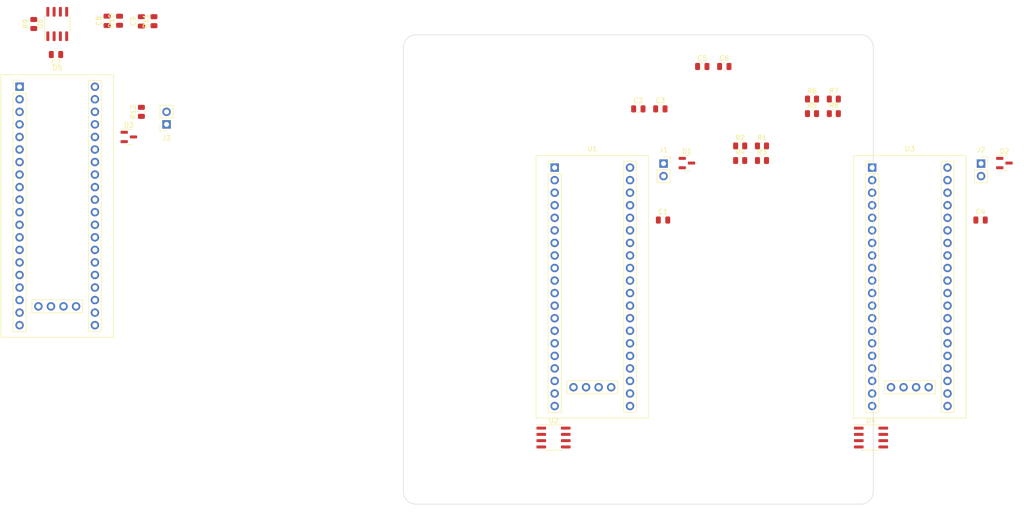
<source format=kicad_pcb>
(kicad_pcb (version 20211014) (generator pcbnew)
  (layers (0 "F.Cu" signal) (31 "B.Cu" signal) (34 "B.Paste" user) (35 "F.Paste" user) (36 "B.SilkS" user "B.Silkscreen") (37 "F.SilkS" user "F.Silkscreen") (38 "B.Mask" user) (39 "F.Mask" user) (44 "Edge.Cuts" user))
  (net 0 "")
  (net 1 "+5V")
  (net 2 "GND")
  (net 3 "/stm32_1/CANH")
  (net 4 "/stm32_1/CANL")
  (net 19 "/stm32_1/CAN_RXD")
  (net 21 "/stm32_1/CAN_TXD")
  (net 44 "Net-(R1-Pad2)")
  (net 59 "/stm32_2/CAN_RXD")
  (net 61 "/stm32_2/CAN_TXD")
  (net 84 "Net-(R5-Pad2)")
  (net 99 "/stm32_3/CAN_RXD")
  (net 101 "/stm32_3/CAN_TXD")
  (net 124 "Net-(R9-Pad2)")
  (net 137 "Net-(C2-Pad1)")
  (net 138 "Net-(C3-Pad1)")
  (net 139 "Net-(C5-Pad1)")
  (net 140 "Net-(C6-Pad1)")
  (net 141 "Net-(C8-Pad1)")
  (net 142 "Net-(C9-Pad1)")
  (footprint "Resistor_SMD:R_0805_2012Metric" (layer "F.Cu") (at 109.53 38.46)
    (fp_text reference "R8" (at 0 -1.65) (layer "F.SilkS"))
    (fp_text value "R121,0805")
    (fp_line (start -0.227064 0.735) (end 0.227064 0.735) (layer "F.SilkS") (width 0.12))
    (fp_line (start -0.227064 -0.735) (end 0.227064 -0.735) (layer "F.SilkS") (width 0.12))
    (pad "1" smd roundrect (at -0.9125 0) (size 1.025 1.4) (layers "F.Cu" "F.Paste" "F.Mask") (roundrect_rratio 0.243902) (net 3 "/stm32_1/CANH"))
    (pad "2" smd roundrect (at 0.9125 0) (size 1.025 1.4) (layers "F.Cu" "F.Paste" "F.Mask") (roundrect_rratio 0.243902) (net 4 "/stm32_1/CANL"))
  )
  (footprint "Resistor_SMD:R_0805_2012Metric" (layer "F.Cu") (at 105.12 35.51)
    (fp_text reference "R6" (at 0 -1.65) (layer "F.SilkS"))
    (fp_text value "R101,0805")
    (fp_line (start -0.227064 0.735) (end 0.227064 0.735) (layer "F.SilkS") (width 0.12))
    (fp_line (start -0.227064 -0.735) (end 0.227064 -0.735) (layer "F.SilkS") (width 0.12))
    (pad "1" smd roundrect (at -0.9125 0) (size 1.025 1.4) (layers "F.Cu" "F.Paste" "F.Mask") (roundrect_rratio 0.243902) (net 4 "/stm32_1/CANL"))
    (pad "2" smd roundrect (at 0.9125 0) (size 1.025 1.4) (layers "F.Cu" "F.Paste" "F.Mask") (roundrect_rratio 0.243902) (net 139 "Net-(C5-Pad1)"))
  )
  (footprint "Capacitor_SMD:C_0805_2012Metric" (layer "F.Cu") (at 82.93 28.92)
    (fp_text reference "C5" (at 0 -1.68) (layer "F.SilkS"))
    (fp_text value "C561,0805")
    (fp_line (start -0.261252 -0.735) (end 0.261252 -0.735) (layer "F.SilkS") (width 0.12))
    (fp_line (start -0.261252 0.735) (end 0.261252 0.735) (layer "F.SilkS") (width 0.12))
    (pad "1" smd roundrect (at -0.95 0) (size 1 1.45) (layers "F.Cu" "F.Paste" "F.Mask") (net 139 "Net-(C5-Pad1)"))
    (pad "2" smd roundrect (at 0.95 0) (size 1 1.45) (layers "F.Cu" "F.Paste" "F.Mask") (net 2 "GND"))
  )
  (footprint "Connector_PinSocket_2.54mm:PinSocket_1x02_P2.54mm_Vertical" (layer "F.Cu") (at 139.3 48.57)
    (fp_text reference "J2" (at 0 -2.77) (layer "F.SilkS"))
    (fp_text value "Conn_01x02")
    (fp_line (start -1.33 1.27) (end -1.33 3.87) (layer "F.SilkS") (width 0.12))
    (fp_line (start -1.33 3.87) (end 1.33 3.87) (layer "F.SilkS") (width 0.12))
    (fp_line (start -1.33 1.27) (end 1.33 1.27) (layer "F.SilkS") (width 0.12))
    (fp_line (start 1.33 1.27) (end 1.33 3.87) (layer "F.SilkS") (width 0.12))
    (fp_line (start 0 -1.33) (end 1.33 -1.33) (layer "F.SilkS") (width 0.12))
    (fp_line (start 1.33 -1.33) (end 1.33 0) (layer "F.SilkS") (width 0.12))
    (pad "1" thru_hole rect (at 0 0) (size 1.7 1.7) (drill 1) (layers *.Cu *.Mask) (net 3 "/stm32_1/CANH"))
    (pad "2" thru_hole oval (at 0 2.54) (size 1.7 1.7) (drill 1) (layers *.Cu *.Mask) (net 4 "/stm32_1/CANL"))
  )
  (footprint "Capacitor_SMD:C_0805_2012Metric" (layer "F.Cu") (at 70 37.5)
    (fp_text reference "C2" (at 0 -1.68) (layer "F.SilkS"))
    (fp_text value "C561,0805")
    (fp_line (start -0.261252 0.735) (end 0.261252 0.735) (layer "F.SilkS") (width 0.12))
    (fp_line (start -0.261252 -0.735) (end 0.261252 -0.735) (layer "F.SilkS") (width 0.12))
    (pad "1" smd roundrect (at -0.95 0) (size 1 1.45) (layers "F.Cu" "F.Paste" "F.Mask") (net 137 "Net-(C2-Pad1)"))
    (pad "2" smd roundrect (at 0.95 0) (size 1 1.45) (layers "F.Cu" "F.Paste" "F.Mask") (net 2 "GND"))
  )
  (footprint "Kicad-STM32:YAAJ_BluePill_SWD_2" (layer "F.Cu") (at 117.28 49.39)
    (fp_text reference "U3" (at 7.62 -3.81) (layer "F.SilkS"))
    (fp_text value "YAAJ_BluePill_Part_Like_SWD_Breakout" hide)
    (fp_line (start 12.76 45.78) (end 12.76 43.12) (layer "F.SilkS") (width 0.12))
    (fp_line (start -1.33 49.59) (end -1.33 1.27) (layer "F.SilkS") (width 0.12))
    (fp_line (start 2.48 45.78) (end 12.76 45.78) (layer "F.SilkS") (width 0.12))
    (fp_line (start 1.33 49.59) (end -1.33 49.59) (layer "F.SilkS") (width 0.12))
    (fp_line (start 18.995 -2.445) (end 18.995 50.705) (layer "F.SilkS") (width 0.12))
    (fp_line (start 12.76 43.12) (end 2.48 43.12) (layer "F.SilkS") (width 0.12))
    (fp_line (start -3.755 -2.445) (end 18.995 -2.445) (layer "F.SilkS") (width 0.12))
    (fp_line (start -1.33 -1.33) (end 0 -1.33) (layer "F.SilkS") (width 0.12))
    (fp_line (start 18.995 50.705) (end -3.755 50.705) (layer "F.SilkS") (width 0.12))
    (fp_line (start 16.51 -1.27) (end 16.51 49.53) (layer "F.SilkS") (width 0.12))
    (fp_line (start 1.33 1.27) (end 1.33 49.59) (layer "F.SilkS") (width 0.12))
    (fp_line (start 2.48 43.12) (end 2.48 45.78) (layer "F.SilkS") (width 0.12))
    (fp_line (start 13.97 -1.27) (end 16.51 -1.27) (layer "F.SilkS") (width 0.12))
    (fp_line (start 16.51 49.53) (end 13.97 49.53) (layer "F.SilkS") (width 0.12))
    (fp_line (start -1.33 1.27) (end 1.33 1.27) (layer "F.SilkS") (width 0.12))
    (fp_line (start -3.755 50.705) (end -3.755 -2.445) (layer "F.SilkS") (width 0.12))
    (fp_line (start -1.33 0) (end -1.33 -1.33) (layer "F.SilkS") (width 0.12))
    (fp_line (start 13.97 49.53) (end 13.97 -1.27) (layer "F.SilkS") (width 0.12))
    (pad "1" thru_hole rect locked (at 0 0) (size 1.7 1.7) (drill 1) (layers *.Cu *.Mask))
    (pad "2" thru_hole circle locked (at 0 2.54) (size 1.7 1.7) (drill 1) (layers *.Cu *.Mask))
    (pad "3" thru_hole circle locked (at 0 5.08) (size 1.7 1.7) (drill 1) (layers *.Cu *.Mask))
    (pad "4" thru_hole circle locked (at 0 7.62) (size 1.7 1.7) (drill 1) (layers *.Cu *.Mask))
    (pad "5" thru_hole circle locked (at 0 10.16) (size 1.7 1.7) (drill 1) (layers *.Cu *.Mask))
    (pad "6" thru_hole circle locked (at 0 12.7) (size 1.7 1.7) (drill 1) (layers *.Cu *.Mask))
    (pad "7" thru_hole circle locked (at 0 15.24) (size 1.7 1.7) (drill 1) (layers *.Cu *.Mask))
    (pad "8" thru_hole circle locked (at 0 17.78) (size 1.7 1.7) (drill 1) (layers *.Cu *.Mask) (net 59 "/stm32_2/CAN_RXD"))
    (pad "9" thru_hole circle locked (at 0 20.32) (size 1.7 1.7) (drill 1) (layers *.Cu *.Mask) (net 61 "/stm32_2/CAN_TXD"))
    (pad "10" thru_hole circle locked (at 0 22.86) (size 1.7 1.7) (drill 1) (layers *.Cu *.Mask))
    (pad "11" thru_hole circle locked (at 0 25.4) (size 1.7 1.7) (drill 1) (layers *.Cu *.Mask))
    (pad "12" thru_hole circle locked (at 0 27.94) (size 1.7 1.7) (drill 1) (layers *.Cu *.Mask))
    (pad "13" thru_hole circle locked (at 0 30.48) (size 1.7 1.7) (drill 1) (layers *.Cu *.Mask))
    (pad "14" thru_hole circle locked (at 0 33.02) (size 1.7 1.7) (drill 1) (layers *.Cu *.Mask))
    (pad "15" thru_hole circle locked (at 0 35.56) (size 1.7 1.7) (drill 1) (layers *.Cu *.Mask))
    (pad "16" thru_hole circle locked (at 0 38.1) (size 1.7 1.7) (drill 1) (layers *.Cu *.Mask))
    (pad "17" thru_hole circle locked (at 0 40.64) (size 1.7 1.7) (drill 1) (layers *.Cu *.Mask))
    (pad "18" thru_hole circle locked (at 0 43.18) (size 1.7 1.7) (drill 1) (layers *.Cu *.Mask) (net 1 "+5V"))
    (pad "19" thru_hole circle locked (at 0 45.72) (size 1.7 1.7) (drill 1) (layers *.Cu *.Mask))
    (pad "20" thru_hole circle locked (at 0 48.26) (size 1.7 1.7) (drill 1) (layers *.Cu *.Mask))
    (pad "21" thru_hole circle locked (at 15.24 48.26) (size 1.7 1.7) (drill 1) (layers *.Cu *.Mask))
    (pad "22" thru_hole circle locked (at 15.24 45.72) (size 1.7 1.7) (drill 1) (layers *.Cu *.Mask))
    (pad "23" thru_hole circle locked (at 15.24 43.18) (size 1.7 1.7) (drill 1) (layers *.Cu *.Mask))
    (pad "24" thru_hole circle locked (at 15.24 40.64) (size 1.7 1.7) (drill 1) (layers *.Cu *.Mask))
    (pad "25" thru_hole circle locked (at 15.24 38.1) (size 1.7 1.7) (drill 1) (layers *.Cu *.Mask))
    (pad "26" thru_hole circle locked (at 15.24 35.56) (size 1.7 1.7) (drill 1) (layers *.Cu *.Mask))
    (pad "27" thru_hole circle locked (at 15.24 33.02) (size 1.7 1.7) (drill 1) (layers *.Cu *.Mask))
    (pad "28" thru_hole circle locked (at 15.24 30.48) (size 1.7 1.7) (drill 1) (layers *.Cu *.Mask))
    (pad "29" thru_hole circle locked (at 15.24 27.94) (size 1.7 1.7) (drill 1) (layers *.Cu *.Mask))
    (pad "30" thru_hole circle locked (at 15.24 25.4) (size 1.7 1.7) (drill 1) (layers *.Cu *.Mask))
    (pad "31" thru_hole circle locked (at 15.24 22.86) (size 1.7 1.7) (drill 1) (layers *.Cu *.Mask))
    (pad "32" thru_hole circle locked (at 15.24 20.32) (size 1.7 1.7) (drill 1) (layers *.Cu *.Mask))
    (pad "33" thru_hole circle locked (at 15.24 17.78) (size 1.7 1.7) (drill 1) (layers *.Cu *.Mask))
    (pad "34" thru_hole circle locked (at 15.24 15.24) (size 1.7 1.7) (drill 1) (layers *.Cu *.Mask))
    (pad "35" thru_hole circle locked (at 15.24 12.7) (size 1.7 1.7) (drill 1) (layers *.Cu *.Mask))
    (pad "36" thru_hole circle locked (at 15.24 10.16) (size 1.7 1.7) (drill 1) (layers *.Cu *.Mask))
    (pad "37" thru_hole circle locked (at 15.24 7.62) (size 1.7 1.7) (drill 1) (layers *.Cu *.Mask))
    (pad "38" thru_hole circle locked (at 15.24 5.08) (size 1.7 1.7) (drill 1) (layers *.Cu *.Mask))
    (pad "39" thru_hole circle locked (at 15.24 2.54) (size 1.7 1.7) (drill 1) (layers *.Cu *.Mask) (net 2 "GND"))
    (pad "40" thru_hole circle locked (at 15.24 0) (size 1.7 1.7) (drill 1) (layers *.Cu *.Mask))
    (pad "41" thru_hole circle locked (at 11.43 44.45) (size 1.7 1.7) (drill 1) (layers *.Cu *.Mask))
    (pad "42" thru_hole circle locked (at 8.89 44.45) (size 1.7 1.7) (drill 1) (layers *.Cu *.Mask))
    (pad "43" thru_hole circle locked (at 6.35 44.45) (size 1.7 1.7) (drill 1) (layers *.Cu *.Mask))
    (pad "44" thru_hole circle locked (at 3.81 44.45) (size 1.7 1.7) (drill 1) (layers *.Cu *.Mask))
  )
  (footprint "Connector_PinSocket_2.54mm:PinSocket_1x02_P2.54mm_Vertical" (layer "F.Cu") (at -25.4 40.64 180)
    (fp_text reference "J3" (at 0 -2.77) (layer "F.SilkS"))
    (fp_text value "Conn_01x02")
    (fp_line (start 1.33 -1.33) (end 1.33 0) (layer "F.SilkS") (width 0.12))
    (fp_line (start 0 -1.33) (end 1.33 -1.33) (layer "F.SilkS") (width 0.12))
    (fp_line (start -1.33 1.27) (end 1.33 1.27) (layer "F.SilkS") (width 0.12))
    (fp_line (start -1.33 3.87) (end 1.33 3.87) (layer "F.SilkS") (width 0.12))
    (fp_line (start 1.33 1.27) (end 1.33 3.87) (layer "F.SilkS") (width 0.12))
    (fp_line (start -1.33 1.27) (end -1.33 3.87) (layer "F.SilkS") (width 0.12))
    (pad "1" thru_hole rect (at 0 0 180) (size 1.7 1.7) (drill 1) (layers *.Cu *.Mask) (net 3 "/stm32_1/CANH"))
    (pad "2" thru_hole oval (at 0 2.54 180) (size 1.7 1.7) (drill 1) (layers *.Cu *.Mask) (net 4 "/stm32_1/CANL"))
  )
  (footprint "Kicad-STM32:YAAJ_BluePill_SWD_2" (layer "F.Cu") (at 53.08 49.39)
    (fp_text reference "U1" (at 7.62 -3.81) (layer "F.SilkS"))
    (fp_text value "YAAJ_BluePill_Part_Like_SWD_Breakout" hide)
    (fp_line (start 2.48 43.12) (end 2.48 45.78) (layer "F.SilkS") (width 0.12))
    (fp_line (start 1.33 49.59) (end -1.33 49.59) (layer "F.SilkS") (width 0.12))
    (fp_line (start -1.33 -1.33) (end 0 -1.33) (layer "F.SilkS") (width 0.12))
    (fp_line (start 1.33 1.27) (end 1.33 49.59) (layer "F.SilkS") (width 0.12))
    (fp_line (start -1.33 0) (end -1.33 -1.33) (layer "F.SilkS") (width 0.12))
    (fp_line (start -3.755 -2.445) (end 18.995 -2.445) (layer "F.SilkS") (width 0.12))
    (fp_line (start 2.48 45.78) (end 12.76 45.78) (layer "F.SilkS") (width 0.12))
    (fp_line (start -1.33 1.27) (end 1.33 1.27) (layer "F.SilkS") (width 0.12))
    (fp_line (start 16.51 49.53) (end 13.97 49.53) (layer "F.SilkS") (width 0.12))
    (fp_line (start -3.755 50.705) (end -3.755 -2.445) (layer "F.SilkS") (width 0.12))
    (fp_line (start 18.995 -2.445) (end 18.995 50.705) (layer "F.SilkS") (width 0.12))
    (fp_line (start 18.995 50.705) (end -3.755 50.705) (layer "F.SilkS") (width 0.12))
    (fp_line (start -1.33 49.59) (end -1.33 1.27) (layer "F.SilkS") (width 0.12))
    (fp_line (start 13.97 49.53) (end 13.97 -1.27) (layer "F.SilkS") (width 0.12))
    (fp_line (start 13.97 -1.27) (end 16.51 -1.27) (layer "F.SilkS") (width 0.12))
    (fp_line (start 16.51 -1.27) (end 16.51 49.53) (layer "F.SilkS") (width 0.12))
    (fp_line (start 12.76 45.78) (end 12.76 43.12) (layer "F.SilkS") (width 0.12))
    (fp_line (start 12.76 43.12) (end 2.48 43.12) (layer "F.SilkS") (width 0.12))
    (pad "1" thru_hole rect locked (at 0 0) (size 1.7 1.7) (drill 1) (layers *.Cu *.Mask))
    (pad "2" thru_hole circle locked (at 0 2.54) (size 1.7 1.7) (drill 1) (layers *.Cu *.Mask))
    (pad "3" thru_hole circle locked (at 0 5.08) (size 1.7 1.7) (drill 1) (layers *.Cu *.Mask))
    (pad "4" thru_hole circle locked (at 0 7.62) (size 1.7 1.7) (drill 1) (layers *.Cu *.Mask))
    (pad "5" thru_hole circle locked (at 0 10.16) (size 1.7 1.7) (drill 1) (layers *.Cu *.Mask))
    (pad "6" thru_hole circle locked (at 0 12.7) (size 1.7 1.7) (drill 1) (layers *.Cu *.Mask))
    (pad "7" thru_hole circle locked (at 0 15.24) (size 1.7 1.7) (drill 1) (layers *.Cu *.Mask))
    (pad "8" thru_hole circle locked (at 0 17.78) (size 1.7 1.7) (drill 1) (layers *.Cu *.Mask) (net 19 "/stm32_1/CAN_RXD"))
    (pad "9" thru_hole circle locked (at 0 20.32) (size 1.7 1.7) (drill 1) (layers *.Cu *.Mask) (net 21 "/stm32_1/CAN_TXD"))
    (pad "10" thru_hole circle locked (at 0 22.86) (size 1.7 1.7) (drill 1) (layers *.Cu *.Mask))
    (pad "11" thru_hole circle locked (at 0 25.4) (size 1.7 1.7) (drill 1) (layers *.Cu *.Mask))
    (pad "12" thru_hole circle locked (at 0 27.94) (size 1.7 1.7) (drill 1) (layers *.Cu *.Mask))
    (pad "13" thru_hole circle locked (at 0 30.48) (size 1.7 1.7) (drill 1) (layers *.Cu *.Mask))
    (pad "14" thru_hole circle locked (at 0 33.02) (size 1.7 1.7) (drill 1) (layers *.Cu *.Mask))
    (pad "15" thru_hole circle locked (at 0 35.56) (size 1.7 1.7) (drill 1) (layers *.Cu *.Mask))
    (pad "16" thru_hole circle locked (at 0 38.1) (size 1.7 1.7) (drill 1) (layers *.Cu *.Mask))
    (pad "17" thru_hole circle locked (at 0 40.64) (size 1.7 1.7) (drill 1) (layers *.Cu *.Mask))
    (pad "18" thru_hole circle locked (at 0 43.18) (size 1.7 1.7) (drill 1) (layers *.Cu *.Mask) (net 1 "+5V"))
    (pad "19" thru_hole circle locked (at 0 45.72) (size 1.7 1.7) (drill 1) (layers *.Cu *.Mask))
    (pad "20" thru_hole circle locked (at 0 48.26) (size 1.7 1.7) (drill 1) (layers *.Cu *.Mask))
    (pad "21" thru_hole circle locked (at 15.24 48.26) (size 1.7 1.7) (drill 1) (layers *.Cu *.Mask))
    (pad "22" thru_hole circle locked (at 15.24 45.72) (size 1.7 1.7) (drill 1) (layers *.Cu *.Mask))
    (pad "23" thru_hole circle locked (at 15.24 43.18) (size 1.7 1.7) (drill 1) (layers *.Cu *.Mask))
    (pad "24" thru_hole circle locked (at 15.24 40.64) (size 1.7 1.7) (drill 1) (layers *.Cu *.Mask))
    (pad "25" thru_hole circle locked (at 15.24 38.1) (size 1.7 1.7) (drill 1) (layers *.Cu *.Mask))
    (pad "26" thru_hole circle locked (at 15.24 35.56) (size 1.7 1.7) (drill 1) (layers *.Cu *.Mask))
    (pad "27" thru_hole circle locked (at 15.24 33.02) (size 1.7 1.7) (drill 1) (layers *.Cu *.Mask))
    (pad "28" thru_hole circle locked (at 15.24 30.48) (size 1.7 1.7) (drill 1) (layers *.Cu *.Mask))
    (pad "29" thru_hole circle locked (at 15.24 27.94) (size 1.7 1.7) (drill 1) (layers *.Cu *.Mask))
    (pad "30" thru_hole circle locked (at 15.24 25.4) (size 1.7 1.7) (drill 1) (layers *.Cu *.Mask))
    (pad "31" thru_hole circle locked (at 15.24 22.86) (size 1.7 1.7) (drill 1) (layers *.Cu *.Mask))
    (pad "32" thru_hole circle locked (at 15.24 20.32) (size 1.7 1.7) (drill 1) (layers *.Cu *.Mask))
    (pad "33" thru_hole circle locked (at 15.24 17.78) (size 1.7 1.7) (drill 1) (layers *.Cu *.Mask))
    (pad "34" thru_hole circle locked (at 15.24 15.24) (size 1.7 1.7) (drill 1) (layers *.Cu *.Mask))
    (pad "35" thru_hole circle locked (at 15.24 12.7) (size 1.7 1.7) (drill 1) (layers *.Cu *.Mask))
    (pad "36" thru_hole circle locked (at 15.24 10.16) (size 1.7 1.7) (drill 1) (layers *.Cu *.Mask))
    (pad "37" thru_hole circle locked (at 15.24 7.62) (size 1.7 1.7) (drill 1) (layers *.Cu *.Mask))
    (pad "38" thru_hole circle locked (at 15.24 5.08) (size 1.7 1.7) (drill 1) (layers *.Cu *.Mask))
    (pad "39" thru_hole circle locked (at 15.24 2.54) (size 1.7 1.7) (drill 1) (layers *.Cu *.Mask) (net 2 "GND"))
    (pad "40" thru_hole circle locked (at 15.24 0) (size 1.7 1.7) (drill 1) (layers *.Cu *.Mask))
    (pad "41" thru_hole circle locked (at 11.43 44.45) (size 1.7 1.7) (drill 1) (layers *.Cu *.Mask))
    (pad "42" thru_hole circle locked (at 8.89 44.45) (size 1.7 1.7) (drill 1) (layers *.Cu *.Mask))
    (pad "43" thru_hole circle locked (at 6.35 44.45) (size 1.7 1.7) (drill 1) (layers *.Cu *.Mask))
    (pad "44" thru_hole circle locked (at 3.81 44.45) (size 1.7 1.7) (drill 1) (layers *.Cu *.Mask))
  )
  (footprint "Package_SO:SOIC-8_3.9x4.9mm_P1.27mm" (layer "F.Cu") (at 117.05 104.02)
    (fp_text reference "U4" (at 0 -3.4) (layer "F.SilkS"))
    (fp_text value "MCP2551")
    (fp_line (start 0 2.56) (end 1.95 2.56) (layer "F.SilkS") (width 0.12))
    (fp_line (start 0 -2.56) (end -3.45 -2.56) (layer "F.SilkS") (width 0.12))
    (fp_line (start 0 -2.56) (end 1.95 -2.56) (layer "F.SilkS") (width 0.12))
    (fp_line (start 0 2.56) (end -1.95 2.56) (layer "F.SilkS") (width 0.12))
    (pad "1" smd roundrect (at -2.475 -1.905) (size 1.95 0.6) (layers "F.Cu" "F.Paste" "F.Mask") (net 61 "/stm32_2/CAN_TXD"))
    (pad "2" smd roundrect (at -2.475 -0.635) (size 1.95 0.6) (layers "F.Cu" "F.Paste" "F.Mask") (net 2 "GND"))
    (pad "3" smd roundrect (at -2.475 0.635) (size 1.95 0.6) (layers "F.Cu" "F.Paste" "F.Mask") (net 1 "+5V"))
    (pad "4" smd roundrect (at -2.475 1.905) (size 1.95 0.6) (layers "F.Cu" "F.Paste" "F.Mask") (net 59 "/stm32_2/CAN_RXD"))
    (pad "5" smd roundrect (at 2.475 1.905) (size 1.95 0.6) (layers "F.Cu" "F.Paste" "F.Mask"))
    (pad "6" smd roundrect (at 2.475 0.635) (size 1.95 0.6) (layers "F.Cu" "F.Paste" "F.Mask") (net 4 "/stm32_1/CANL"))
    (pad "7" smd roundrect (at 2.475 -0.635) (size 1.95 0.6) (layers "F.Cu" "F.Paste" "F.Mask") (net 3 "/stm32_1/CANH"))
    (pad "8" smd roundrect (at 2.475 -1.905) (size 1.95 0.6) (layers "F.Cu" "F.Paste" "F.Mask") (net 84 "Net-(R5-Pad2)"))
  )
  (footprint "Capacitor_SMD:C_0805_2012Metric" (layer "F.Cu") (at -47.75 26.5 180)
    (fp_text reference "C7" (at 0 -1.68) (layer "F.SilkS"))
    (fp_text value "C104")
    (fp_line (start -0.261252 -0.735) (end 0.261252 -0.735) (layer "F.SilkS") (width 0.12))
    (fp_line (start -0.261252 0.735) (end 0.261252 0.735) (layer "F.SilkS") (width 0.12))
    (pad "1" smd roundrect (at -0.95 0 180) (size 1 1.45) (layers "F.Cu" "F.Paste" "F.Mask") (net 1 "+5V"))
    (pad "2" smd roundrect (at 0.95 0 180) (size 1 1.45) (layers "F.Cu" "F.Paste" "F.Mask") (net 2 "GND"))
  )
  (footprint "Resistor_SMD:R_0805_2012Metric" (layer "F.Cu") (at 95 45)
    (fp_text reference "R1" (at 0 -1.65) (layer "F.SilkS"))
    (fp_text value "R472,0805")
    (fp_line (start -0.227064 0.735) (end 0.227064 0.735) (layer "F.SilkS") (width 0.12))
    (fp_line (start -0.227064 -0.735) (end 0.227064 -0.735) (layer "F.SilkS") (width 0.12))
    (pad "1" smd roundrect (at -0.9125 0) (size 1.025 1.4) (layers "F.Cu" "F.Paste" "F.Mask") (roundrect_rratio 0.243902) (net 2 "GND"))
    (pad "2" smd roundrect (at 0.9125 0) (size 1.025 1.4) (layers "F.Cu" "F.Paste" "F.Mask") (roundrect_rratio 0.243902) (net 44 "Net-(R1-Pad2)"))
  )
  (footprint "Resistor_SMD:R_0805_2012Metric" (layer "F.Cu") (at -52.25 20.32 90)
    (fp_text reference "R9" (at 0 -1.65 90) (layer "F.SilkS"))
    (fp_text value "R472,0805")
    (fp_line (start -0.227064 0.735) (end 0.227064 0.735) (layer "F.SilkS") (width 0.12))
    (fp_line (start -0.227064 -0.735) (end 0.227064 -0.735) (layer "F.SilkS") (width 0.12))
    (pad "1" smd roundrect (at -0.9125 0 90) (size 1.025 1.4) (layers "F.Cu" "F.Paste" "F.Mask") (roundrect_rratio 0.243902) (net 2 "GND"))
    (pad "2" smd roundrect (at 0.9125 0 90) (size 1.025 1.4) (layers "F.Cu" "F.Paste" "F.Mask") (roundrect_rratio 0.243902) (net 124 "Net-(R9-Pad2)"))
  )
  (footprint "Resistor_SMD:R_0805_2012Metric" (layer "F.Cu") (at 90.59 45)
    (fp_text reference "R2" (at 0 -1.65) (layer "F.SilkS"))
    (fp_text value "R101,0805")
    (fp_line (start -0.227064 0.735) (end 0.227064 0.735) (layer "F.SilkS") (width 0.12))
    (fp_line (start -0.227064 -0.735) (end 0.227064 -0.735) (layer "F.SilkS") (width 0.12))
    (pad "1" smd roundrect (at -0.9125 0) (size 1.025 1.4) (layers "F.Cu" "F.Paste" "F.Mask") (roundrect_rratio 0.243902) (net 4 "/stm32_1/CANL"))
    (pad "2" smd roundrect (at 0.9125 0) (size 1.025 1.4) (layers "F.Cu" "F.Paste" "F.Mask") (roundrect_rratio 0.243902) (net 137 "Net-(C2-Pad1)"))
  )
  (footprint "Capacitor_SMD:C_0805_2012Metric" (layer "F.Cu") (at -30.48 19.79 90)
    (fp_text reference "C9" (at 0 -1.68 90) (layer "F.SilkS"))
    (fp_text value "C561,0805")
    (fp_line (start -0.261252 0.735) (end 0.261252 0.735) (layer "F.SilkS") (width 0.12))
    (fp_line (start -0.261252 -0.735) (end 0.261252 -0.735) (layer "F.SilkS") (width 0.12))
    (pad "1" smd roundrect (at -0.95 0 90) (size 1 1.45) (layers "F.Cu" "F.Paste" "F.Mask") (net 142 "Net-(C9-Pad1)"))
    (pad "2" smd roundrect (at 0.95 0 90) (size 1 1.45) (layers "F.Cu" "F.Paste" "F.Mask") (net 2 "GND"))
  )
  (footprint "Resistor_SMD:R_0805_2012Metric" (layer "F.Cu") (at -34.904214 19.66 90)
    (fp_text reference "R10" (at 0 -1.65 90) (layer "F.SilkS"))
    (fp_text value "R101,0805")
    (fp_line (start -0.227064 0.735) (end 0.227064 0.735) (layer "F.SilkS") (width 0.12))
    (fp_line (start -0.227064 -0.735) (end 0.227064 -0.735) (layer "F.SilkS") (width 0.12))
    (pad "1" smd roundrect (at -0.9125 0 90) (size 1.025 1.4) (layers "F.Cu" "F.Paste" "F.Mask") (roundrect_rratio 0.243902) (net 4 "/stm32_1/CANL"))
    (pad "2" smd roundrect (at 0.9125 0 90) (size 1.025 1.4) (layers "F.Cu" "F.Paste" "F.Mask") (roundrect_rratio 0.243902) (net 141 "Net-(C8-Pad1)"))
  )
  (footprint "Capacitor_SMD:C_0805_2012Metric" (layer "F.Cu") (at -37.414213 19.68 90)
    (fp_text reference "C8" (at 0 -1.68 90) (layer "F.SilkS"))
    (fp_text value "C561,0805")
    (fp_line (start -0.261252 0.735) (end 0.261252 0.735) (layer "F.SilkS") (width 0.12))
    (fp_line (start -0.261252 -0.735) (end 0.261252 -0.735) (layer "F.SilkS") (width 0.12))
    (pad "1" smd roundrect (at -0.95 0 90) (size 1 1.45) (layers "F.Cu" "F.Paste" "F.Mask") (net 141 "Net-(C8-Pad1)"))
    (pad "2" smd roundrect (at 0.95 0 90) (size 1 1.45) (layers "F.Cu" "F.Paste" "F.Mask") (net 2 "GND"))
  )
  (footprint "Capacitor_SMD:C_0805_2012Metric" (layer "F.Cu") (at 74.45 37.5)
    (fp_text reference "C3" (at 0 -1.68) (layer "F.SilkS"))
    (fp_text value "C561,0805")
    (fp_line (start -0.261252 0.735) (end 0.261252 0.735) (layer "F.SilkS") (width 0.12))
    (fp_line (start -0.261252 -0.735) (end 0.261252 -0.735) (layer "F.SilkS") (width 0.12))
    (pad "1" smd roundrect (at -0.95 0) (size 1 1.45) (layers "F.Cu" "F.Paste" "F.Mask") (net 138 "Net-(C3-Pad1)"))
    (pad "2" smd roundrect (at 0.95 0) (size 1 1.45) (layers "F.Cu" "F.Paste" "F.Mask") (net 2 "GND"))
  )
  (footprint "Capacitor_SMD:C_0805_2012Metric" (layer "F.Cu") (at 139.2 60)
    (fp_text reference "C4" (at 0 -1.68) (layer "F.SilkS"))
    (fp_text value "C104")
    (fp_line (start -0.261252 0.735) (end 0.261252 0.735) (layer "F.SilkS") (width 0.12))
    (fp_line (start -0.261252 -0.735) (end 0.261252 -0.735) (layer "F.SilkS") (width 0.12))
    (pad "1" smd roundrect (at -0.95 0) (size 1 1.45) (layers "F.Cu" "F.Paste" "F.Mask") (net 1 "+5V"))
    (pad "2" smd roundrect (at 0.95 0) (size 1 1.45) (layers "F.Cu" "F.Paste" "F.Mask") (net 2 "GND"))
  )
  (footprint "Package_SO:SOIC-8_3.9x4.9mm_P1.27mm" (layer "F.Cu") (at 52.85 104.02)
    (fp_text reference "U2" (at 0 -3.4) (layer "F.SilkS"))
    (fp_text value "MCP2551")
    (fp_line (start 0 -2.56) (end -3.45 -2.56) (layer "F.SilkS") (width 0.12))
    (fp_line (start 0 2.56) (end -1.95 2.56) (layer "F.SilkS") (width 0.12))
    (fp_line (start 0 2.56) (end 1.95 2.56) (layer "F.SilkS") (width 0.12))
    (fp_line (start 0 -2.56) (end 1.95 -2.56) (layer "F.SilkS") (width 0.12))
    (pad "1" smd roundrect (at -2.475 -1.905) (size 1.95 0.6) (layers "F.Cu" "F.Paste" "F.Mask") (net 21 "/stm32_1/CAN_TXD"))
    (pad "2" smd roundrect (at -2.475 -0.635) (size 1.95 0.6) (layers "F.Cu" "F.Paste" "F.Mask") (net 2 "GND"))
    (pad "3" smd roundrect (at -2.475 0.635) (size 1.95 0.6) (layers "F.Cu" "F.Paste" "F.Mask") (net 1 "+5V"))
    (pad "4" smd roundrect (at -2.475 1.905) (size 1.95 0.6) (layers "F.Cu" "F.Paste" "F.Mask") (net 19 "/stm32_1/CAN_RXD"))
    (pad "5" smd roundrect (at 2.475 1.905) (size 1.95 0.6) (layers "F.Cu" "F.Paste" "F.Mask"))
    (pad "6" smd roundrect (at 2.475 0.635) (size 1.95 0.6) (layers "F.Cu" "F.Paste" "F.Mask") (net 4 "/stm32_1/CANL"))
    (pad "7" smd roundrect (at 2.475 -0.635) (size 1.95 0.6) (layers "F.Cu" "F.Paste" "F.Mask") (net 3 "/stm32_1/CANH"))
    (pad "8" smd roundrect (at 2.475 -1.905) (size 1.95 0.6) (layers "F.Cu" "F.Paste" "F.Mask") (net 44 "Net-(R1-Pad2)"))
  )
  (footprint "Resistor_SMD:R_0805_2012Metric" (layer "F.Cu") (at -27.94 19.75 90)
    (fp_text reference "R11" (at 0 -1.65 90) (layer "F.SilkS"))
    (fp_text value "R101,0805")
    (fp_line (start -0.227064 0.735) (end 0.227064 0.735) (layer "F.SilkS") (width 0.12))
    (fp_line (start -0.227064 -0.735) (end 0.227064 -0.735) (layer "F.SilkS") (width 0.12))
    (pad "1" smd roundrect (at -0.9125 0 90) (size 1.025 1.4) (layers "F.Cu" "F.Paste" "F.Mask") (roundrect_rratio 0.243902) (net 3 "/stm32_1/CANH"))
    (pad "2" smd roundrect (at 0.9125 0 90) (size 1.025 1.4) (layers "F.Cu" "F.Paste" "F.Mask") (roundrect_rratio 0.243902) (net 142 "Net-(C9-Pad1)"))
  )
  (footprint "Package_TO_SOT_SMD:SOT-23" (layer "F.Cu") (at 79.82 48.47)
    (fp_text reference "D1" (at 0 -2.4) (layer "F.SilkS"))
    (fp_text value "PESD1CAN")
    (fp_line (start 0 -1.56) (end 0.65 -1.56) (layer "F.SilkS") (width 0.12))
    (fp_line (start 0 -1.56) (end -1.675 -1.56) (layer "F.SilkS") (width 0.12))
    (fp_line (start 0 1.56) (end 0.65 1.56) (layer "F.SilkS") (width 0.12))
    (fp_line (start 0 1.56) (end -0.65 1.56) (layer "F.SilkS") (width 0.12))
    (pad "1" smd roundrect (at -0.9375 -0.95) (size 1.475 0.6) (layers "F.Cu" "F.Paste" "F.Mask") (net 3 "/stm32_1/CANH"))
    (pad "2" smd roundrect (at -0.9375 0.95) (size 1.475 0.6) (layers "F.Cu" "F.Paste" "F.Mask") (net 4 "/stm32_1/CANL"))
    (pad "3" smd roundrect (at 0.9375 0) (size 1.475 0.6) (layers "F.Cu" "F.Paste" "F.Mask") (net 2 "GND"))
  )
  (footprint "Kicad-STM32:YAAJ_BluePill_SWD_2" (layer "F.Cu") (at -55.12 33.02)
    (fp_text reference "U5" (at 7.62 -3.81) (layer "F.SilkS"))
    (fp_text value "YAAJ_BluePill_Part_Like_SWD_Breakout" hide)
    (fp_line (start -1.33 1.27) (end 1.33 1.27) (layer "F.SilkS") (width 0.12))
    (fp_line (start 13.97 -1.27) (end 16.51 -1.27) (layer "F.SilkS") (width 0.12))
    (fp_line (start -3.755 -2.445) (end 18.995 -2.445) (layer "F.SilkS") (width 0.12))
    (fp_line (start 12.76 45.78) (end 12.76 43.12) (layer "F.SilkS") (width 0.12))
    (fp_line (start 1.33 49.59) (end -1.33 49.59) (layer "F.SilkS") (width 0.12))
    (fp_line (start 18.995 -2.445) (end 18.995 50.705) (layer "F.SilkS") (width 0.12))
    (fp_line (start 13.97 49.53) (end 13.97 -1.27) (layer "F.SilkS") (width 0.12))
    (fp_line (start -1.33 49.59) (end -1.33 1.27) (layer "F.SilkS") (width 0.12))
    (fp_line (start -3.755 50.705) (end -3.755 -2.445) (layer "F.SilkS") (width 0.12))
    (fp_line (start 16.51 -1.27) (end 16.51 49.53) (layer "F.SilkS") (width 0.12))
    (fp_line (start 12.76 43.12) (end 2.48 43.12) (layer "F.SilkS") (width 0.12))
    (fp_line (start 2.48 43.12) (end 2.48 45.78) (layer "F.SilkS") (width 0.12))
    (fp_line (start 18.995 50.705) (end -3.755 50.705) (layer "F.SilkS") (width 0.12))
    (fp_line (start 16.51 49.53) (end 13.97 49.53) (layer "F.SilkS") (width 0.12))
    (fp_line (start -1.33 -1.33) (end 0 -1.33) (layer "F.SilkS") (width 0.12))
    (fp_line (start 1.33 1.27) (end 1.33 49.59) (layer "F.SilkS") (width 0.12))
    (fp_line (start -1.33 0) (end -1.33 -1.33) (layer "F.SilkS") (width 0.12))
    (fp_line (start 2.48 45.78) (end 12.76 45.78) (layer "F.SilkS") (width 0.12))
    (pad "1" thru_hole rect locked (at 0 0) (size 1.7 1.7) (drill 1) (layers *.Cu *.Mask))
    (pad "2" thru_hole circle locked (at 0 2.54) (size 1.7 1.7) (drill 1) (layers *.Cu *.Mask))
    (pad "3" thru_hole circle locked (at 0 5.08) (size 1.7 1.7) (drill 1) (layers *.Cu *.Mask))
    (pad "4" thru_hole circle locked (at 0 7.62) (size 1.7 1.7) (drill 1) (layers *.Cu *.Mask))
    (pad "5" thru_hole circle locked (at 0 10.16) (size 1.7 1.7) (drill 1) (layers *.Cu *.Mask))
    (pad "6" thru_hole circle locked (at 0 12.7) (size 1.7 1.7) (drill 1) (layers *.Cu *.Mask))
    (pad "7" thru_hole circle locked (at 0 15.24) (size 1.7 1.7) (drill 1) (layers *.Cu *.Mask))
    (pad "8" thru_hole circle locked (at 0 17.78) (size 1.7 1.7) (drill 1) (layers *.Cu *.Mask) (net 99 "/stm32_3/CAN_RXD"))
    (pad "9" thru_hole circle locked (at 0 20.32) (size 1.7 1.7) (drill 1) (layers *.Cu *.Mask) (net 101 "/stm32_3/CAN_TXD"))
    (pad "10" thru_hole circle locked (at 0 22.86) (size 1.7 1.7) (drill 1) (layers *.Cu *.Mask))
    (pad "11" thru_hole circle locked (at 0 25.4) (size 1.7 1.7) (drill 1) (layers *.Cu *.Mask))
    (pad "12" thru_hole circle locked (at 0 27.94) (size 1.7 1.7) (drill 1) (layers *.Cu *.Mask))
    (pad "13" thru_hole circle locked (at 0 30.48) (size 1.7 1.7) (drill 1) (layers *.Cu *.Mask))
    (pad "14" thru_hole circle locked (at 0 33.02) (size 1.7 1.7) (drill 1) (layers *.Cu *.Mask))
    (pad "15" thru_hole circle locked (at 0 35.56) (size 1.7 1.7) (drill 1) (layers *.Cu *.Mask))
    (pad "16" thru_hole circle locked (at 0 38.1) (size 1.7 1.7) (drill 1) (layers *.Cu *.Mask))
    (pad "17" thru_hole circle locked (at 0 40.64) (size 1.7 1.7) (drill 1) (layers *.Cu *.Mask))
    (pad "18" thru_hole circle locked (at 0 43.18) (size 1.7 1.7) (drill 1) (layers *.Cu *.Mask) (net 1 "+5V"))
    (pad "19" thru_hole circle locked (at 0 45.72) (size 1.7 1.7) (drill 1) (layers *.Cu *.Mask))
    (pad "20" thru_hole circle locked (at 0 48.26) (size 1.7 1.7) (drill 1) (layers *.Cu *.Mask))
    (pad "21" thru_hole circle locked (at 15.24 48.26) (size 1.7 1.7) (drill 1) (layers *.Cu *.Mask))
    (pad "22" thru_hole circle locked (at 15.24 45.72) (size 1.7 1.7) (drill 1) (layers *.Cu *.Mask))
    (pad "23" thru_hole circle locked (at 15.24 43.18) (size 1.7 1.7) (drill 1) (layers *.Cu *.Mask))
    (pad "24" thru_hole circle locked (at 15.24 40.64) (size 1.7 1.7) (drill 1) (layers *.Cu *.Mask))
    (pad "25" thru_hole circle locked (at 15.24 38.1) (size 1.7 1.7) (drill 1) (layers *.Cu *.Mask))
    (pad "26" thru_hole circle locked (at 15.24 35.56) (size 1.7 1.7) (drill 1) (layers *.Cu *.Mask))
    (pad "27" thru_hole circle locked (at 15.24 33.02) (size 1.7 1.7) (drill 1) (layers *.Cu *.Mask))
    (pad "28" thru_hole circle locked (at 15.24 30.48) (size 1.7 1.7) (drill 1) (layers *.Cu *.Mask))
    (pad "29" thru_hole circle locked (at 15.24 27.94) (size 1.7 1.7) (drill 1) (layers *.Cu *.Mask))
    (pad "30" thru_hole circle locked (at 15.24 25.4) (size 1.7 1.7) (drill 1) (layers *.Cu *.Mask))
    (pad "31" thru_hole circle locked (at 15.24 22.86) (size 1.7 1.7) (drill 1) (layers *.Cu *.Mask))
    (pad "32" thru_hole circle locked (at 15.24 20.32) (size 1.7 1.7) (drill 1) (layers *.Cu *.Mask))
    (pad "33" thru_hole circle locked (at 15.24 17.78) (size 1.7 1.7) (drill 1) (layers *.Cu *.Mask))
    (pad "34" thru_hole circle locked (at 15.24 15.24) (size 1.7 1.7) (drill 1) (layers *.Cu *.Mask))
    (pad "35" thru_hole circle locked (at 15.24 12.7) (size 1.7 1.7) (drill 1) (layers *.Cu *.Mask))
    (pad "36" thru_hole circle locked (at 15.24 10.16) (size 1.7 1.7) (drill 1) (layers *.Cu *.Mask))
    (pad "37" thru_hole circle locked (at 15.24 7.62) (size 1.7 1.7) (drill 1) (layers *.Cu *.Mask))
    (pad "38" thru_hole circle locked (at 15.24 5.08) (size 1.7 1.7) (drill 1) (layers *.Cu *.Mask))
    (pad "39" thru_hole circle locked (at 15.24 2.54) (size 1.7 1.7) (drill 1) (layers *.Cu *.Mask) (net 2 "GND"))
    (pad "40" thru_hole circle locked (at 15.24 0) (size 1.7 1.7) (drill 1) (layers *.Cu *.Mask))
    (pad "41" thru_hole circle locked (at 11.43 44.45) (size 1.7 1.7) (drill 1) (layers *.Cu *.Mask))
    (pad "42" thru_hole circle locked (at 8.89 44.45) (size 1.7 1.7) (drill 1) (layers *.Cu *.Mask))
    (pad "43" thru_hole circle locked (at 6.35 44.45) (size 1.7 1.7) (drill 1) (layers *.Cu *.Mask))
    (pad "44" thru_hole circle locked (at 3.81 44.45) (size 1.7 1.7) (drill 1) (layers *.Cu *.Mask))
  )
  (footprint "Package_TO_SOT_SMD:SOT-23" (layer "F.Cu") (at -33.02 43.18)
    (fp_text reference "D3" (at 0 -2.4) (layer "F.SilkS"))
    (fp_text value "PESD1CAN")
    (fp_line (start 0 -1.56) (end -1.675 -1.56) (layer "F.SilkS") (width 0.12))
    (fp_line (start 0 1.56) (end -0.65 1.56) (layer "F.SilkS") (width 0.12))
    (fp_line (start 0 1.56) (end 0.65 1.56) (layer "F.SilkS") (width 0.12))
    (fp_line (start 0 -1.56) (end 0.65 -1.56) (layer "F.SilkS") (width 0.12))
    (pad "1" smd roundrect (at -0.9375 -0.95) (size 1.475 0.6) (layers "F.Cu" "F.Paste" "F.Mask") (net 3 "/stm32_1/CANH"))
    (pad "2" smd roundrect (at -0.9375 0.95) (size 1.475 0.6) (layers "F.Cu" "F.Paste" "F.Mask") (net 4 "/stm32_1/CANL"))
    (pad "3" smd roundrect (at 0.9375 0) (size 1.475 0.6) (layers "F.Cu" "F.Paste" "F.Mask") (net 2 "GND"))
  )
  (footprint "Resistor_SMD:R_0805_2012Metric" (layer "F.Cu") (at 90.59 47.95)
    (fp_text reference "R4" (at 0 -1.65) (layer "F.SilkS"))
    (fp_text value "R121,0805")
    (fp_line (start -0.227064 0.735) (end 0.227064 0.735) (layer "F.SilkS") (width 0.12))
    (fp_line (start -0.227064 -0.735) (end 0.227064 -0.735) (layer "F.SilkS") (width 0.12))
    (pad "1" smd roundrect (at -0.9125 0) (size 1.025 1.4) (layers "F.Cu" "F.Paste" "F.Mask") (roundrect_rratio 0.243902) (net 3 "/stm32_1/CANH"))
    (pad "2" smd roundrect (at 0.9125 0) (size 1.025 1.4) (layers "F.Cu" "F.Paste" "F.Mask") (roundrect_rratio 0.243902) (net 4 "/stm32_1/CANL"))
  )
  (footprint "Connector_PinSocket_2.54mm:PinSocket_1x02_P2.54mm_Vertical" (layer "F.Cu") (at 75.1 48.57)
    (fp_text reference "J1" (at 0 -2.77) (layer "F.SilkS"))
    (fp_text value "Conn_01x02")
    (fp_line (start -1.33 1.27) (end -1.33 3.87) (layer "F.SilkS") (width 0.12))
    (fp_line (start -1.33 3.87) (end 1.33 3.87) (layer "F.SilkS") (width 0.12))
    (fp_line (start 0 -1.33) (end 1.33 -1.33) (layer "F.SilkS") (width 0.12))
    (fp_line (start 1.33 -1.33) (end 1.33 0) (layer "F.SilkS") (width 0.12))
    (fp_line (start -1.33 1.27) (end 1.33 1.27) (layer "F.SilkS") (width 0.12))
    (fp_line (start 1.33 1.27) (end 1.33 3.87) (layer "F.SilkS") (width 0.12))
    (pad "1" thru_hole rect (at 0 0) (size 1.7 1.7) (drill 1) (layers *.Cu *.Mask) (net 3 "/stm32_1/CANH"))
    (pad "2" thru_hole oval (at 0 2.54) (size 1.7 1.7) (drill 1) (layers *.Cu *.Mask) (net 4 "/stm32_1/CANL"))
  )
  (footprint "Resistor_SMD:R_0805_2012Metric" (layer "F.Cu") (at -30.48 38.1 90)
    (fp_text reference "R12" (at 0 -1.65 90) (layer "F.SilkS"))
    (fp_text value "R121,0805")
    (fp_line (start -0.227064 -0.735) (end 0.227064 -0.735) (layer "F.SilkS") (width 0.12))
    (fp_line (start -0.227064 0.735) (end 0.227064 0.735) (layer "F.SilkS") (width 0.12))
    (pad "1" smd roundrect (at -0.9125 0 90) (size 1.025 1.4) (layers "F.Cu" "F.Paste" "F.Mask") (roundrect_rratio 0.243902) (net 3 "/stm32_1/CANH"))
    (pad "2" smd roundrect (at 0.9125 0 90) (size 1.025 1.4) (layers "F.Cu" "F.Paste" "F.Mask") (roundrect_rratio 0.243902) (net 4 "/stm32_1/CANL"))
  )
  (footprint "Package_SO:SOIC-8_3.9x4.9mm_P1.27mm" (layer "F.Cu") (at -47.5 20.32 90)
    (fp_text reference "U6" (at 0 -3.4 90) (layer "F.SilkS"))
    (fp_text value "MCP2551")
    (fp_line (start 0 -2.56) (end -3.45 -2.56) (layer "F.SilkS") (width 0.12))
    (fp_line (start 0 2.56) (end -1.95 2.56) (layer "F.SilkS") (width 0.12))
    (fp_line (start 0 2.56) (end 1.95 2.56) (layer "F.SilkS") (width 0.12))
    (fp_line (start 0 -2.56) (end 1.95 -2.56) (layer "F.SilkS") (width 0.12))
    (pad "1" smd roundrect (at -2.475 -1.905 90) (size 1.95 0.6) (layers "F.Cu" "F.Paste" "F.Mask") (net 101 "/stm32_3/CAN_TXD"))
    (pad "2" smd roundrect (at -2.475 -0.635 90) (size 1.95 0.6) (layers "F.Cu" "F.Paste" "F.Mask") (net 2 "GND"))
    (pad "3" smd roundrect (at -2.475 0.635 90) (size 1.95 0.6) (layers "F.Cu" "F.Paste" "F.Mask") (net 1 "+5V"))
    (pad "4" smd roundrect (at -2.475 1.905 90) (size 1.95 0.6) (layers "F.Cu" "F.Paste" "F.Mask") (net 99 "/stm32_3/CAN_RXD"))
    (pad "5" smd roundrect (at 2.475 1.905 90) (size 1.95 0.6) (layers "F.Cu" "F.Paste" "F.Mask"))
    (pad "6" smd roundrect (at 2.475 0.635 90) (size 1.95 0.6) (layers "F.Cu" "F.Paste" "F.Mask") (net 4 "/stm32_1/CANL"))
    (pad "7" smd roundrect (at 2.475 -0.635 90) (size 1.95 0.6) (layers "F.Cu" "F.Paste" "F.Mask") (net 3 "/stm32_1/CANH"))
    (pad "8" smd roundrect (at 2.475 -1.905 90) (size 1.95 0.6) (layers "F.Cu" "F.Paste" "F.Mask") (net 124 "Net-(R9-Pad2)"))
  )
  (footprint "Capacitor_SMD:C_0805_2012Metric" (layer "F.Cu") (at 75 60)
    (fp_text reference "C1" (at 0 -1.68) (layer "F.SilkS"))
    (fp_text value "C104")
    (fp_line (start -0.261252 -0.735) (end 0.261252 -0.735) (layer "F.SilkS") (width 0.12))
    (fp_line (start -0.261252 0.735) (end 0.261252 0.735) (layer "F.SilkS") (width 0.12))
    (pad "1" smd roundrect (at -0.95 0) (size 1 1.45) (layers "F.Cu" "F.Paste" "F.Mask") (net 1 "+5V"))
    (pad "2" smd roundrect (at 0.95 0) (size 1 1.45) (layers "F.Cu" "F.Paste" "F.Mask") (net 2 "GND"))
  )
  (footprint "Resistor_SMD:R_0805_2012Metric" (layer "F.Cu") (at 109.53 35.51)
    (fp_text reference "R7" (at 0 -1.65) (layer "F.SilkS"))
    (fp_text value "R101,0805")
    (fp_line (start -0.227064 0.735) (end 0.227064 0.735) (layer "F.SilkS") (width 0.12))
    (fp_line (start -0.227064 -0.735) (end 0.227064 -0.735) (layer "F.SilkS") (width 0.12))
    (pad "1" smd roundrect (at -0.9125 0) (size 1.025 1.4) (layers "F.Cu" "F.Paste" "F.Mask") (roundrect_rratio 0.243902) (net 3 "/stm32_1/CANH"))
    (pad "2" smd roundrect (at 0.9125 0) (size 1.025 1.4) (layers "F.Cu" "F.Paste" "F.Mask") (roundrect_rratio 0.243902) (net 140 "Net-(C6-Pad1)"))
  )
  (footprint "Capacitor_SMD:C_0805_2012Metric" (layer "F.Cu") (at 87.38 28.92)
    (fp_text reference "C6" (at 0 -1.68) (layer "F.SilkS"))
    (fp_text value "C561,0805")
    (fp_line (start -0.261252 -0.735) (end 0.261252 -0.735) (layer "F.SilkS") (width 0.12))
    (fp_line (start -0.261252 0.735) (end 0.261252 0.735) (layer "F.SilkS") (width 0.12))
    (pad "1" smd roundrect (at -0.95 0) (size 1 1.45) (layers "F.Cu" "F.Paste" "F.Mask") (net 140 "Net-(C6-Pad1)"))
    (pad "2" smd roundrect (at 0.95 0) (size 1 1.45) (layers "F.Cu" "F.Paste" "F.Mask") (net 2 "GND"))
  )
  (footprint "Package_TO_SOT_SMD:SOT-23" (layer "F.Cu") (at 144.02 48.47)
    (fp_text reference "D2" (at 0 -2.4) (layer "F.SilkS"))
    (fp_text value "PESD1CAN")
    (fp_line (start 0 1.56) (end 0.65 1.56) (layer "F.SilkS") (width 0.12))
    (fp_line (start 0 -1.56) (end 0.65 -1.56) (layer "F.SilkS") (width 0.12))
    (fp_line (start 0 1.56) (end -0.65 1.56) (layer "F.SilkS") (width 0.12))
    (fp_line (start 0 -1.56) (end -1.675 -1.56) (layer "F.SilkS") (width 0.12))
    (pad "1" smd roundrect (at -0.9375 -0.95) (size 1.475 0.6) (layers "F.Cu" "F.Paste" "F.Mask") (net 3 "/stm32_1/CANH"))
    (pad "2" smd roundrect (at -0.9375 0.95) (size 1.475 0.6) (layers "F.Cu" "F.Paste" "F.Mask") (net 4 "/stm32_1/CANL"))
    (pad "3" smd roundrect (at 0.9375 0) (size 1.475 0.6) (layers "F.Cu" "F.Paste" "F.Mask") (net 2 "GND"))
  )
  (footprint "Resistor_SMD:R_0805_2012Metric" (layer "F.Cu") (at 95 47.95)
    (fp_text reference "R3" (at 0 -1.65) (layer "F.SilkS"))
    (fp_text value "R101,0805")
    (fp_line (start -0.227064 0.735) (end 0.227064 0.735) (layer "F.SilkS") (width 0.12))
    (fp_line (start -0.227064 -0.735) (end 0.227064 -0.735) (layer "F.SilkS") (width 0.12))
    (pad "1" smd roundrect (at -0.9125 0) (size 1.025 1.4) (layers "F.Cu" "F.Paste" "F.Mask") (roundrect_rratio 0.243902) (net 3 "/stm32_1/CANH"))
    (pad "2" smd roundrect (at 0.9125 0) (size 1.025 1.4) (layers "F.Cu" "F.Paste" "F.Mask") (roundrect_rratio 0.243902) (net 138 "Net-(C3-Pad1)"))
  )
  (footprint "Resistor_SMD:R_0805_2012Metric" (layer "F.Cu") (at 105.12 38.46)
    (fp_text reference "R5" (at 0 -1.65) (layer "F.SilkS"))
    (fp_text value "R472,0805")
    (fp_line (start -0.227064 -0.735) (end 0.227064 -0.735) (layer "F.SilkS") (width 0.12))
    (fp_line (start -0.227064 0.735) (end 0.227064 0.735) (layer "F.SilkS") (width 0.12))
    (pad "1" smd roundrect (at -0.9125 0) (size 1.025 1.4) (layers "F.Cu" "F.Paste" "F.Mask") (roundrect_rratio 0.243902) (net 2 "GND"))
    (pad "2" smd roundrect (at 0.9125 0) (size 1.025 1.4) (layers "F.Cu" "F.Paste" "F.Mask") (roundrect_rratio 0.243902) (net 84 "Net-(R5-Pad2)"))
  )
  (gr_arc (start 115 22.5) (mid 116.767767 23.232233) (end 117.5 25) (layer "Edge.Cuts") (width 0.1))
  (gr_line (start 25 117.5) (end 115 117.5) (layer "Edge.Cuts") (width 0.1))
  (gr_line (start 115 22.5) (end 25 22.5) (layer "Edge.Cuts") (width 0.1))
  (gr_line (start 22.5 25) (end 22.5 115) (layer "Edge.Cuts") (width 0.1))
  (gr_arc (start 117.5 115) (mid 116.767767 116.767767) (end 115 117.5) (layer "Edge.Cuts") (width 0.1))
  (gr_arc (start 22.5 25) (mid 23.232233 23.232233) (end 25 22.5) (layer "Edge.Cuts") (width 0.1))
  (gr_arc (start 25 117.5) (mid 23.232233 116.767767) (end 22.5 115) (layer "Edge.Cuts") (width 0.1))
  (gr_line (start 117.5 115) (end 117.5 25) (layer "Edge.Cuts") (width 0.1))
)
</source>
